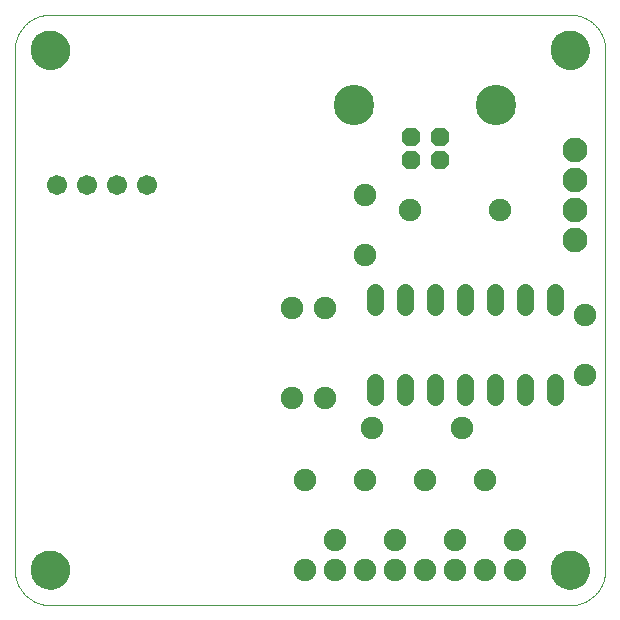
<source format=gbs>
G75*
%MOIN*%
%OFA0B0*%
%FSLAX25Y25*%
%IPPOS*%
%LPD*%
%AMOC8*
5,1,8,0,0,1.08239X$1,22.5*
%
%ADD10C,0.00000*%
%ADD11C,0.12998*%
%ADD12C,0.07487*%
%ADD13C,0.05600*%
%ADD14OC8,0.06140*%
%ADD15C,0.13455*%
%ADD16C,0.08274*%
%ADD17C,0.06699*%
D10*
X0027368Y0017535D02*
X0027368Y0190764D01*
X0032880Y0190764D02*
X0032882Y0190922D01*
X0032888Y0191080D01*
X0032898Y0191238D01*
X0032912Y0191396D01*
X0032930Y0191553D01*
X0032951Y0191710D01*
X0032977Y0191866D01*
X0033007Y0192022D01*
X0033040Y0192177D01*
X0033078Y0192330D01*
X0033119Y0192483D01*
X0033164Y0192635D01*
X0033213Y0192786D01*
X0033266Y0192935D01*
X0033322Y0193083D01*
X0033382Y0193229D01*
X0033446Y0193374D01*
X0033514Y0193517D01*
X0033585Y0193659D01*
X0033659Y0193799D01*
X0033737Y0193936D01*
X0033819Y0194072D01*
X0033903Y0194206D01*
X0033992Y0194337D01*
X0034083Y0194466D01*
X0034178Y0194593D01*
X0034275Y0194718D01*
X0034376Y0194840D01*
X0034480Y0194959D01*
X0034587Y0195076D01*
X0034697Y0195190D01*
X0034810Y0195301D01*
X0034925Y0195410D01*
X0035043Y0195515D01*
X0035164Y0195617D01*
X0035287Y0195717D01*
X0035413Y0195813D01*
X0035541Y0195906D01*
X0035671Y0195996D01*
X0035804Y0196082D01*
X0035939Y0196166D01*
X0036075Y0196245D01*
X0036214Y0196322D01*
X0036355Y0196394D01*
X0036497Y0196464D01*
X0036641Y0196529D01*
X0036787Y0196591D01*
X0036934Y0196649D01*
X0037083Y0196704D01*
X0037233Y0196755D01*
X0037384Y0196802D01*
X0037536Y0196845D01*
X0037689Y0196884D01*
X0037844Y0196920D01*
X0037999Y0196951D01*
X0038155Y0196979D01*
X0038311Y0197003D01*
X0038468Y0197023D01*
X0038626Y0197039D01*
X0038783Y0197051D01*
X0038942Y0197059D01*
X0039100Y0197063D01*
X0039258Y0197063D01*
X0039416Y0197059D01*
X0039575Y0197051D01*
X0039732Y0197039D01*
X0039890Y0197023D01*
X0040047Y0197003D01*
X0040203Y0196979D01*
X0040359Y0196951D01*
X0040514Y0196920D01*
X0040669Y0196884D01*
X0040822Y0196845D01*
X0040974Y0196802D01*
X0041125Y0196755D01*
X0041275Y0196704D01*
X0041424Y0196649D01*
X0041571Y0196591D01*
X0041717Y0196529D01*
X0041861Y0196464D01*
X0042003Y0196394D01*
X0042144Y0196322D01*
X0042283Y0196245D01*
X0042419Y0196166D01*
X0042554Y0196082D01*
X0042687Y0195996D01*
X0042817Y0195906D01*
X0042945Y0195813D01*
X0043071Y0195717D01*
X0043194Y0195617D01*
X0043315Y0195515D01*
X0043433Y0195410D01*
X0043548Y0195301D01*
X0043661Y0195190D01*
X0043771Y0195076D01*
X0043878Y0194959D01*
X0043982Y0194840D01*
X0044083Y0194718D01*
X0044180Y0194593D01*
X0044275Y0194466D01*
X0044366Y0194337D01*
X0044455Y0194206D01*
X0044539Y0194072D01*
X0044621Y0193936D01*
X0044699Y0193799D01*
X0044773Y0193659D01*
X0044844Y0193517D01*
X0044912Y0193374D01*
X0044976Y0193229D01*
X0045036Y0193083D01*
X0045092Y0192935D01*
X0045145Y0192786D01*
X0045194Y0192635D01*
X0045239Y0192483D01*
X0045280Y0192330D01*
X0045318Y0192177D01*
X0045351Y0192022D01*
X0045381Y0191866D01*
X0045407Y0191710D01*
X0045428Y0191553D01*
X0045446Y0191396D01*
X0045460Y0191238D01*
X0045470Y0191080D01*
X0045476Y0190922D01*
X0045478Y0190764D01*
X0045476Y0190606D01*
X0045470Y0190448D01*
X0045460Y0190290D01*
X0045446Y0190132D01*
X0045428Y0189975D01*
X0045407Y0189818D01*
X0045381Y0189662D01*
X0045351Y0189506D01*
X0045318Y0189351D01*
X0045280Y0189198D01*
X0045239Y0189045D01*
X0045194Y0188893D01*
X0045145Y0188742D01*
X0045092Y0188593D01*
X0045036Y0188445D01*
X0044976Y0188299D01*
X0044912Y0188154D01*
X0044844Y0188011D01*
X0044773Y0187869D01*
X0044699Y0187729D01*
X0044621Y0187592D01*
X0044539Y0187456D01*
X0044455Y0187322D01*
X0044366Y0187191D01*
X0044275Y0187062D01*
X0044180Y0186935D01*
X0044083Y0186810D01*
X0043982Y0186688D01*
X0043878Y0186569D01*
X0043771Y0186452D01*
X0043661Y0186338D01*
X0043548Y0186227D01*
X0043433Y0186118D01*
X0043315Y0186013D01*
X0043194Y0185911D01*
X0043071Y0185811D01*
X0042945Y0185715D01*
X0042817Y0185622D01*
X0042687Y0185532D01*
X0042554Y0185446D01*
X0042419Y0185362D01*
X0042283Y0185283D01*
X0042144Y0185206D01*
X0042003Y0185134D01*
X0041861Y0185064D01*
X0041717Y0184999D01*
X0041571Y0184937D01*
X0041424Y0184879D01*
X0041275Y0184824D01*
X0041125Y0184773D01*
X0040974Y0184726D01*
X0040822Y0184683D01*
X0040669Y0184644D01*
X0040514Y0184608D01*
X0040359Y0184577D01*
X0040203Y0184549D01*
X0040047Y0184525D01*
X0039890Y0184505D01*
X0039732Y0184489D01*
X0039575Y0184477D01*
X0039416Y0184469D01*
X0039258Y0184465D01*
X0039100Y0184465D01*
X0038942Y0184469D01*
X0038783Y0184477D01*
X0038626Y0184489D01*
X0038468Y0184505D01*
X0038311Y0184525D01*
X0038155Y0184549D01*
X0037999Y0184577D01*
X0037844Y0184608D01*
X0037689Y0184644D01*
X0037536Y0184683D01*
X0037384Y0184726D01*
X0037233Y0184773D01*
X0037083Y0184824D01*
X0036934Y0184879D01*
X0036787Y0184937D01*
X0036641Y0184999D01*
X0036497Y0185064D01*
X0036355Y0185134D01*
X0036214Y0185206D01*
X0036075Y0185283D01*
X0035939Y0185362D01*
X0035804Y0185446D01*
X0035671Y0185532D01*
X0035541Y0185622D01*
X0035413Y0185715D01*
X0035287Y0185811D01*
X0035164Y0185911D01*
X0035043Y0186013D01*
X0034925Y0186118D01*
X0034810Y0186227D01*
X0034697Y0186338D01*
X0034587Y0186452D01*
X0034480Y0186569D01*
X0034376Y0186688D01*
X0034275Y0186810D01*
X0034178Y0186935D01*
X0034083Y0187062D01*
X0033992Y0187191D01*
X0033903Y0187322D01*
X0033819Y0187456D01*
X0033737Y0187592D01*
X0033659Y0187729D01*
X0033585Y0187869D01*
X0033514Y0188011D01*
X0033446Y0188154D01*
X0033382Y0188299D01*
X0033322Y0188445D01*
X0033266Y0188593D01*
X0033213Y0188742D01*
X0033164Y0188893D01*
X0033119Y0189045D01*
X0033078Y0189198D01*
X0033040Y0189351D01*
X0033007Y0189506D01*
X0032977Y0189662D01*
X0032951Y0189818D01*
X0032930Y0189975D01*
X0032912Y0190132D01*
X0032898Y0190290D01*
X0032888Y0190448D01*
X0032882Y0190606D01*
X0032880Y0190764D01*
X0027368Y0190764D02*
X0027371Y0191049D01*
X0027382Y0191335D01*
X0027399Y0191620D01*
X0027423Y0191904D01*
X0027454Y0192188D01*
X0027492Y0192471D01*
X0027537Y0192752D01*
X0027588Y0193033D01*
X0027646Y0193313D01*
X0027711Y0193591D01*
X0027783Y0193867D01*
X0027861Y0194141D01*
X0027946Y0194414D01*
X0028038Y0194684D01*
X0028136Y0194952D01*
X0028240Y0195218D01*
X0028351Y0195481D01*
X0028468Y0195741D01*
X0028591Y0195999D01*
X0028721Y0196253D01*
X0028857Y0196504D01*
X0028998Y0196752D01*
X0029146Y0196996D01*
X0029299Y0197237D01*
X0029459Y0197473D01*
X0029624Y0197706D01*
X0029794Y0197935D01*
X0029970Y0198160D01*
X0030152Y0198380D01*
X0030338Y0198596D01*
X0030530Y0198807D01*
X0030727Y0199014D01*
X0030929Y0199216D01*
X0031136Y0199413D01*
X0031347Y0199605D01*
X0031563Y0199791D01*
X0031783Y0199973D01*
X0032008Y0200149D01*
X0032237Y0200319D01*
X0032470Y0200484D01*
X0032706Y0200644D01*
X0032947Y0200797D01*
X0033191Y0200945D01*
X0033439Y0201086D01*
X0033690Y0201222D01*
X0033944Y0201352D01*
X0034202Y0201475D01*
X0034462Y0201592D01*
X0034725Y0201703D01*
X0034991Y0201807D01*
X0035259Y0201905D01*
X0035529Y0201997D01*
X0035802Y0202082D01*
X0036076Y0202160D01*
X0036352Y0202232D01*
X0036630Y0202297D01*
X0036910Y0202355D01*
X0037191Y0202406D01*
X0037472Y0202451D01*
X0037755Y0202489D01*
X0038039Y0202520D01*
X0038323Y0202544D01*
X0038608Y0202561D01*
X0038894Y0202572D01*
X0039179Y0202575D01*
X0212407Y0202575D01*
X0206108Y0190764D02*
X0206110Y0190922D01*
X0206116Y0191080D01*
X0206126Y0191238D01*
X0206140Y0191396D01*
X0206158Y0191553D01*
X0206179Y0191710D01*
X0206205Y0191866D01*
X0206235Y0192022D01*
X0206268Y0192177D01*
X0206306Y0192330D01*
X0206347Y0192483D01*
X0206392Y0192635D01*
X0206441Y0192786D01*
X0206494Y0192935D01*
X0206550Y0193083D01*
X0206610Y0193229D01*
X0206674Y0193374D01*
X0206742Y0193517D01*
X0206813Y0193659D01*
X0206887Y0193799D01*
X0206965Y0193936D01*
X0207047Y0194072D01*
X0207131Y0194206D01*
X0207220Y0194337D01*
X0207311Y0194466D01*
X0207406Y0194593D01*
X0207503Y0194718D01*
X0207604Y0194840D01*
X0207708Y0194959D01*
X0207815Y0195076D01*
X0207925Y0195190D01*
X0208038Y0195301D01*
X0208153Y0195410D01*
X0208271Y0195515D01*
X0208392Y0195617D01*
X0208515Y0195717D01*
X0208641Y0195813D01*
X0208769Y0195906D01*
X0208899Y0195996D01*
X0209032Y0196082D01*
X0209167Y0196166D01*
X0209303Y0196245D01*
X0209442Y0196322D01*
X0209583Y0196394D01*
X0209725Y0196464D01*
X0209869Y0196529D01*
X0210015Y0196591D01*
X0210162Y0196649D01*
X0210311Y0196704D01*
X0210461Y0196755D01*
X0210612Y0196802D01*
X0210764Y0196845D01*
X0210917Y0196884D01*
X0211072Y0196920D01*
X0211227Y0196951D01*
X0211383Y0196979D01*
X0211539Y0197003D01*
X0211696Y0197023D01*
X0211854Y0197039D01*
X0212011Y0197051D01*
X0212170Y0197059D01*
X0212328Y0197063D01*
X0212486Y0197063D01*
X0212644Y0197059D01*
X0212803Y0197051D01*
X0212960Y0197039D01*
X0213118Y0197023D01*
X0213275Y0197003D01*
X0213431Y0196979D01*
X0213587Y0196951D01*
X0213742Y0196920D01*
X0213897Y0196884D01*
X0214050Y0196845D01*
X0214202Y0196802D01*
X0214353Y0196755D01*
X0214503Y0196704D01*
X0214652Y0196649D01*
X0214799Y0196591D01*
X0214945Y0196529D01*
X0215089Y0196464D01*
X0215231Y0196394D01*
X0215372Y0196322D01*
X0215511Y0196245D01*
X0215647Y0196166D01*
X0215782Y0196082D01*
X0215915Y0195996D01*
X0216045Y0195906D01*
X0216173Y0195813D01*
X0216299Y0195717D01*
X0216422Y0195617D01*
X0216543Y0195515D01*
X0216661Y0195410D01*
X0216776Y0195301D01*
X0216889Y0195190D01*
X0216999Y0195076D01*
X0217106Y0194959D01*
X0217210Y0194840D01*
X0217311Y0194718D01*
X0217408Y0194593D01*
X0217503Y0194466D01*
X0217594Y0194337D01*
X0217683Y0194206D01*
X0217767Y0194072D01*
X0217849Y0193936D01*
X0217927Y0193799D01*
X0218001Y0193659D01*
X0218072Y0193517D01*
X0218140Y0193374D01*
X0218204Y0193229D01*
X0218264Y0193083D01*
X0218320Y0192935D01*
X0218373Y0192786D01*
X0218422Y0192635D01*
X0218467Y0192483D01*
X0218508Y0192330D01*
X0218546Y0192177D01*
X0218579Y0192022D01*
X0218609Y0191866D01*
X0218635Y0191710D01*
X0218656Y0191553D01*
X0218674Y0191396D01*
X0218688Y0191238D01*
X0218698Y0191080D01*
X0218704Y0190922D01*
X0218706Y0190764D01*
X0218704Y0190606D01*
X0218698Y0190448D01*
X0218688Y0190290D01*
X0218674Y0190132D01*
X0218656Y0189975D01*
X0218635Y0189818D01*
X0218609Y0189662D01*
X0218579Y0189506D01*
X0218546Y0189351D01*
X0218508Y0189198D01*
X0218467Y0189045D01*
X0218422Y0188893D01*
X0218373Y0188742D01*
X0218320Y0188593D01*
X0218264Y0188445D01*
X0218204Y0188299D01*
X0218140Y0188154D01*
X0218072Y0188011D01*
X0218001Y0187869D01*
X0217927Y0187729D01*
X0217849Y0187592D01*
X0217767Y0187456D01*
X0217683Y0187322D01*
X0217594Y0187191D01*
X0217503Y0187062D01*
X0217408Y0186935D01*
X0217311Y0186810D01*
X0217210Y0186688D01*
X0217106Y0186569D01*
X0216999Y0186452D01*
X0216889Y0186338D01*
X0216776Y0186227D01*
X0216661Y0186118D01*
X0216543Y0186013D01*
X0216422Y0185911D01*
X0216299Y0185811D01*
X0216173Y0185715D01*
X0216045Y0185622D01*
X0215915Y0185532D01*
X0215782Y0185446D01*
X0215647Y0185362D01*
X0215511Y0185283D01*
X0215372Y0185206D01*
X0215231Y0185134D01*
X0215089Y0185064D01*
X0214945Y0184999D01*
X0214799Y0184937D01*
X0214652Y0184879D01*
X0214503Y0184824D01*
X0214353Y0184773D01*
X0214202Y0184726D01*
X0214050Y0184683D01*
X0213897Y0184644D01*
X0213742Y0184608D01*
X0213587Y0184577D01*
X0213431Y0184549D01*
X0213275Y0184525D01*
X0213118Y0184505D01*
X0212960Y0184489D01*
X0212803Y0184477D01*
X0212644Y0184469D01*
X0212486Y0184465D01*
X0212328Y0184465D01*
X0212170Y0184469D01*
X0212011Y0184477D01*
X0211854Y0184489D01*
X0211696Y0184505D01*
X0211539Y0184525D01*
X0211383Y0184549D01*
X0211227Y0184577D01*
X0211072Y0184608D01*
X0210917Y0184644D01*
X0210764Y0184683D01*
X0210612Y0184726D01*
X0210461Y0184773D01*
X0210311Y0184824D01*
X0210162Y0184879D01*
X0210015Y0184937D01*
X0209869Y0184999D01*
X0209725Y0185064D01*
X0209583Y0185134D01*
X0209442Y0185206D01*
X0209303Y0185283D01*
X0209167Y0185362D01*
X0209032Y0185446D01*
X0208899Y0185532D01*
X0208769Y0185622D01*
X0208641Y0185715D01*
X0208515Y0185811D01*
X0208392Y0185911D01*
X0208271Y0186013D01*
X0208153Y0186118D01*
X0208038Y0186227D01*
X0207925Y0186338D01*
X0207815Y0186452D01*
X0207708Y0186569D01*
X0207604Y0186688D01*
X0207503Y0186810D01*
X0207406Y0186935D01*
X0207311Y0187062D01*
X0207220Y0187191D01*
X0207131Y0187322D01*
X0207047Y0187456D01*
X0206965Y0187592D01*
X0206887Y0187729D01*
X0206813Y0187869D01*
X0206742Y0188011D01*
X0206674Y0188154D01*
X0206610Y0188299D01*
X0206550Y0188445D01*
X0206494Y0188593D01*
X0206441Y0188742D01*
X0206392Y0188893D01*
X0206347Y0189045D01*
X0206306Y0189198D01*
X0206268Y0189351D01*
X0206235Y0189506D01*
X0206205Y0189662D01*
X0206179Y0189818D01*
X0206158Y0189975D01*
X0206140Y0190132D01*
X0206126Y0190290D01*
X0206116Y0190448D01*
X0206110Y0190606D01*
X0206108Y0190764D01*
X0212407Y0202575D02*
X0212692Y0202572D01*
X0212978Y0202561D01*
X0213263Y0202544D01*
X0213547Y0202520D01*
X0213831Y0202489D01*
X0214114Y0202451D01*
X0214395Y0202406D01*
X0214676Y0202355D01*
X0214956Y0202297D01*
X0215234Y0202232D01*
X0215510Y0202160D01*
X0215784Y0202082D01*
X0216057Y0201997D01*
X0216327Y0201905D01*
X0216595Y0201807D01*
X0216861Y0201703D01*
X0217124Y0201592D01*
X0217384Y0201475D01*
X0217642Y0201352D01*
X0217896Y0201222D01*
X0218147Y0201086D01*
X0218395Y0200945D01*
X0218639Y0200797D01*
X0218880Y0200644D01*
X0219116Y0200484D01*
X0219349Y0200319D01*
X0219578Y0200149D01*
X0219803Y0199973D01*
X0220023Y0199791D01*
X0220239Y0199605D01*
X0220450Y0199413D01*
X0220657Y0199216D01*
X0220859Y0199014D01*
X0221056Y0198807D01*
X0221248Y0198596D01*
X0221434Y0198380D01*
X0221616Y0198160D01*
X0221792Y0197935D01*
X0221962Y0197706D01*
X0222127Y0197473D01*
X0222287Y0197237D01*
X0222440Y0196996D01*
X0222588Y0196752D01*
X0222729Y0196504D01*
X0222865Y0196253D01*
X0222995Y0195999D01*
X0223118Y0195741D01*
X0223235Y0195481D01*
X0223346Y0195218D01*
X0223450Y0194952D01*
X0223548Y0194684D01*
X0223640Y0194414D01*
X0223725Y0194141D01*
X0223803Y0193867D01*
X0223875Y0193591D01*
X0223940Y0193313D01*
X0223998Y0193033D01*
X0224049Y0192752D01*
X0224094Y0192471D01*
X0224132Y0192188D01*
X0224163Y0191904D01*
X0224187Y0191620D01*
X0224204Y0191335D01*
X0224215Y0191049D01*
X0224218Y0190764D01*
X0224219Y0190764D02*
X0224219Y0017535D01*
X0206108Y0017535D02*
X0206110Y0017693D01*
X0206116Y0017851D01*
X0206126Y0018009D01*
X0206140Y0018167D01*
X0206158Y0018324D01*
X0206179Y0018481D01*
X0206205Y0018637D01*
X0206235Y0018793D01*
X0206268Y0018948D01*
X0206306Y0019101D01*
X0206347Y0019254D01*
X0206392Y0019406D01*
X0206441Y0019557D01*
X0206494Y0019706D01*
X0206550Y0019854D01*
X0206610Y0020000D01*
X0206674Y0020145D01*
X0206742Y0020288D01*
X0206813Y0020430D01*
X0206887Y0020570D01*
X0206965Y0020707D01*
X0207047Y0020843D01*
X0207131Y0020977D01*
X0207220Y0021108D01*
X0207311Y0021237D01*
X0207406Y0021364D01*
X0207503Y0021489D01*
X0207604Y0021611D01*
X0207708Y0021730D01*
X0207815Y0021847D01*
X0207925Y0021961D01*
X0208038Y0022072D01*
X0208153Y0022181D01*
X0208271Y0022286D01*
X0208392Y0022388D01*
X0208515Y0022488D01*
X0208641Y0022584D01*
X0208769Y0022677D01*
X0208899Y0022767D01*
X0209032Y0022853D01*
X0209167Y0022937D01*
X0209303Y0023016D01*
X0209442Y0023093D01*
X0209583Y0023165D01*
X0209725Y0023235D01*
X0209869Y0023300D01*
X0210015Y0023362D01*
X0210162Y0023420D01*
X0210311Y0023475D01*
X0210461Y0023526D01*
X0210612Y0023573D01*
X0210764Y0023616D01*
X0210917Y0023655D01*
X0211072Y0023691D01*
X0211227Y0023722D01*
X0211383Y0023750D01*
X0211539Y0023774D01*
X0211696Y0023794D01*
X0211854Y0023810D01*
X0212011Y0023822D01*
X0212170Y0023830D01*
X0212328Y0023834D01*
X0212486Y0023834D01*
X0212644Y0023830D01*
X0212803Y0023822D01*
X0212960Y0023810D01*
X0213118Y0023794D01*
X0213275Y0023774D01*
X0213431Y0023750D01*
X0213587Y0023722D01*
X0213742Y0023691D01*
X0213897Y0023655D01*
X0214050Y0023616D01*
X0214202Y0023573D01*
X0214353Y0023526D01*
X0214503Y0023475D01*
X0214652Y0023420D01*
X0214799Y0023362D01*
X0214945Y0023300D01*
X0215089Y0023235D01*
X0215231Y0023165D01*
X0215372Y0023093D01*
X0215511Y0023016D01*
X0215647Y0022937D01*
X0215782Y0022853D01*
X0215915Y0022767D01*
X0216045Y0022677D01*
X0216173Y0022584D01*
X0216299Y0022488D01*
X0216422Y0022388D01*
X0216543Y0022286D01*
X0216661Y0022181D01*
X0216776Y0022072D01*
X0216889Y0021961D01*
X0216999Y0021847D01*
X0217106Y0021730D01*
X0217210Y0021611D01*
X0217311Y0021489D01*
X0217408Y0021364D01*
X0217503Y0021237D01*
X0217594Y0021108D01*
X0217683Y0020977D01*
X0217767Y0020843D01*
X0217849Y0020707D01*
X0217927Y0020570D01*
X0218001Y0020430D01*
X0218072Y0020288D01*
X0218140Y0020145D01*
X0218204Y0020000D01*
X0218264Y0019854D01*
X0218320Y0019706D01*
X0218373Y0019557D01*
X0218422Y0019406D01*
X0218467Y0019254D01*
X0218508Y0019101D01*
X0218546Y0018948D01*
X0218579Y0018793D01*
X0218609Y0018637D01*
X0218635Y0018481D01*
X0218656Y0018324D01*
X0218674Y0018167D01*
X0218688Y0018009D01*
X0218698Y0017851D01*
X0218704Y0017693D01*
X0218706Y0017535D01*
X0218704Y0017377D01*
X0218698Y0017219D01*
X0218688Y0017061D01*
X0218674Y0016903D01*
X0218656Y0016746D01*
X0218635Y0016589D01*
X0218609Y0016433D01*
X0218579Y0016277D01*
X0218546Y0016122D01*
X0218508Y0015969D01*
X0218467Y0015816D01*
X0218422Y0015664D01*
X0218373Y0015513D01*
X0218320Y0015364D01*
X0218264Y0015216D01*
X0218204Y0015070D01*
X0218140Y0014925D01*
X0218072Y0014782D01*
X0218001Y0014640D01*
X0217927Y0014500D01*
X0217849Y0014363D01*
X0217767Y0014227D01*
X0217683Y0014093D01*
X0217594Y0013962D01*
X0217503Y0013833D01*
X0217408Y0013706D01*
X0217311Y0013581D01*
X0217210Y0013459D01*
X0217106Y0013340D01*
X0216999Y0013223D01*
X0216889Y0013109D01*
X0216776Y0012998D01*
X0216661Y0012889D01*
X0216543Y0012784D01*
X0216422Y0012682D01*
X0216299Y0012582D01*
X0216173Y0012486D01*
X0216045Y0012393D01*
X0215915Y0012303D01*
X0215782Y0012217D01*
X0215647Y0012133D01*
X0215511Y0012054D01*
X0215372Y0011977D01*
X0215231Y0011905D01*
X0215089Y0011835D01*
X0214945Y0011770D01*
X0214799Y0011708D01*
X0214652Y0011650D01*
X0214503Y0011595D01*
X0214353Y0011544D01*
X0214202Y0011497D01*
X0214050Y0011454D01*
X0213897Y0011415D01*
X0213742Y0011379D01*
X0213587Y0011348D01*
X0213431Y0011320D01*
X0213275Y0011296D01*
X0213118Y0011276D01*
X0212960Y0011260D01*
X0212803Y0011248D01*
X0212644Y0011240D01*
X0212486Y0011236D01*
X0212328Y0011236D01*
X0212170Y0011240D01*
X0212011Y0011248D01*
X0211854Y0011260D01*
X0211696Y0011276D01*
X0211539Y0011296D01*
X0211383Y0011320D01*
X0211227Y0011348D01*
X0211072Y0011379D01*
X0210917Y0011415D01*
X0210764Y0011454D01*
X0210612Y0011497D01*
X0210461Y0011544D01*
X0210311Y0011595D01*
X0210162Y0011650D01*
X0210015Y0011708D01*
X0209869Y0011770D01*
X0209725Y0011835D01*
X0209583Y0011905D01*
X0209442Y0011977D01*
X0209303Y0012054D01*
X0209167Y0012133D01*
X0209032Y0012217D01*
X0208899Y0012303D01*
X0208769Y0012393D01*
X0208641Y0012486D01*
X0208515Y0012582D01*
X0208392Y0012682D01*
X0208271Y0012784D01*
X0208153Y0012889D01*
X0208038Y0012998D01*
X0207925Y0013109D01*
X0207815Y0013223D01*
X0207708Y0013340D01*
X0207604Y0013459D01*
X0207503Y0013581D01*
X0207406Y0013706D01*
X0207311Y0013833D01*
X0207220Y0013962D01*
X0207131Y0014093D01*
X0207047Y0014227D01*
X0206965Y0014363D01*
X0206887Y0014500D01*
X0206813Y0014640D01*
X0206742Y0014782D01*
X0206674Y0014925D01*
X0206610Y0015070D01*
X0206550Y0015216D01*
X0206494Y0015364D01*
X0206441Y0015513D01*
X0206392Y0015664D01*
X0206347Y0015816D01*
X0206306Y0015969D01*
X0206268Y0016122D01*
X0206235Y0016277D01*
X0206205Y0016433D01*
X0206179Y0016589D01*
X0206158Y0016746D01*
X0206140Y0016903D01*
X0206126Y0017061D01*
X0206116Y0017219D01*
X0206110Y0017377D01*
X0206108Y0017535D01*
X0212407Y0005724D02*
X0212692Y0005727D01*
X0212978Y0005738D01*
X0213263Y0005755D01*
X0213547Y0005779D01*
X0213831Y0005810D01*
X0214114Y0005848D01*
X0214395Y0005893D01*
X0214676Y0005944D01*
X0214956Y0006002D01*
X0215234Y0006067D01*
X0215510Y0006139D01*
X0215784Y0006217D01*
X0216057Y0006302D01*
X0216327Y0006394D01*
X0216595Y0006492D01*
X0216861Y0006596D01*
X0217124Y0006707D01*
X0217384Y0006824D01*
X0217642Y0006947D01*
X0217896Y0007077D01*
X0218147Y0007213D01*
X0218395Y0007354D01*
X0218639Y0007502D01*
X0218880Y0007655D01*
X0219116Y0007815D01*
X0219349Y0007980D01*
X0219578Y0008150D01*
X0219803Y0008326D01*
X0220023Y0008508D01*
X0220239Y0008694D01*
X0220450Y0008886D01*
X0220657Y0009083D01*
X0220859Y0009285D01*
X0221056Y0009492D01*
X0221248Y0009703D01*
X0221434Y0009919D01*
X0221616Y0010139D01*
X0221792Y0010364D01*
X0221962Y0010593D01*
X0222127Y0010826D01*
X0222287Y0011062D01*
X0222440Y0011303D01*
X0222588Y0011547D01*
X0222729Y0011795D01*
X0222865Y0012046D01*
X0222995Y0012300D01*
X0223118Y0012558D01*
X0223235Y0012818D01*
X0223346Y0013081D01*
X0223450Y0013347D01*
X0223548Y0013615D01*
X0223640Y0013885D01*
X0223725Y0014158D01*
X0223803Y0014432D01*
X0223875Y0014708D01*
X0223940Y0014986D01*
X0223998Y0015266D01*
X0224049Y0015547D01*
X0224094Y0015828D01*
X0224132Y0016111D01*
X0224163Y0016395D01*
X0224187Y0016679D01*
X0224204Y0016964D01*
X0224215Y0017250D01*
X0224218Y0017535D01*
X0212407Y0005724D02*
X0039179Y0005724D01*
X0032880Y0017535D02*
X0032882Y0017693D01*
X0032888Y0017851D01*
X0032898Y0018009D01*
X0032912Y0018167D01*
X0032930Y0018324D01*
X0032951Y0018481D01*
X0032977Y0018637D01*
X0033007Y0018793D01*
X0033040Y0018948D01*
X0033078Y0019101D01*
X0033119Y0019254D01*
X0033164Y0019406D01*
X0033213Y0019557D01*
X0033266Y0019706D01*
X0033322Y0019854D01*
X0033382Y0020000D01*
X0033446Y0020145D01*
X0033514Y0020288D01*
X0033585Y0020430D01*
X0033659Y0020570D01*
X0033737Y0020707D01*
X0033819Y0020843D01*
X0033903Y0020977D01*
X0033992Y0021108D01*
X0034083Y0021237D01*
X0034178Y0021364D01*
X0034275Y0021489D01*
X0034376Y0021611D01*
X0034480Y0021730D01*
X0034587Y0021847D01*
X0034697Y0021961D01*
X0034810Y0022072D01*
X0034925Y0022181D01*
X0035043Y0022286D01*
X0035164Y0022388D01*
X0035287Y0022488D01*
X0035413Y0022584D01*
X0035541Y0022677D01*
X0035671Y0022767D01*
X0035804Y0022853D01*
X0035939Y0022937D01*
X0036075Y0023016D01*
X0036214Y0023093D01*
X0036355Y0023165D01*
X0036497Y0023235D01*
X0036641Y0023300D01*
X0036787Y0023362D01*
X0036934Y0023420D01*
X0037083Y0023475D01*
X0037233Y0023526D01*
X0037384Y0023573D01*
X0037536Y0023616D01*
X0037689Y0023655D01*
X0037844Y0023691D01*
X0037999Y0023722D01*
X0038155Y0023750D01*
X0038311Y0023774D01*
X0038468Y0023794D01*
X0038626Y0023810D01*
X0038783Y0023822D01*
X0038942Y0023830D01*
X0039100Y0023834D01*
X0039258Y0023834D01*
X0039416Y0023830D01*
X0039575Y0023822D01*
X0039732Y0023810D01*
X0039890Y0023794D01*
X0040047Y0023774D01*
X0040203Y0023750D01*
X0040359Y0023722D01*
X0040514Y0023691D01*
X0040669Y0023655D01*
X0040822Y0023616D01*
X0040974Y0023573D01*
X0041125Y0023526D01*
X0041275Y0023475D01*
X0041424Y0023420D01*
X0041571Y0023362D01*
X0041717Y0023300D01*
X0041861Y0023235D01*
X0042003Y0023165D01*
X0042144Y0023093D01*
X0042283Y0023016D01*
X0042419Y0022937D01*
X0042554Y0022853D01*
X0042687Y0022767D01*
X0042817Y0022677D01*
X0042945Y0022584D01*
X0043071Y0022488D01*
X0043194Y0022388D01*
X0043315Y0022286D01*
X0043433Y0022181D01*
X0043548Y0022072D01*
X0043661Y0021961D01*
X0043771Y0021847D01*
X0043878Y0021730D01*
X0043982Y0021611D01*
X0044083Y0021489D01*
X0044180Y0021364D01*
X0044275Y0021237D01*
X0044366Y0021108D01*
X0044455Y0020977D01*
X0044539Y0020843D01*
X0044621Y0020707D01*
X0044699Y0020570D01*
X0044773Y0020430D01*
X0044844Y0020288D01*
X0044912Y0020145D01*
X0044976Y0020000D01*
X0045036Y0019854D01*
X0045092Y0019706D01*
X0045145Y0019557D01*
X0045194Y0019406D01*
X0045239Y0019254D01*
X0045280Y0019101D01*
X0045318Y0018948D01*
X0045351Y0018793D01*
X0045381Y0018637D01*
X0045407Y0018481D01*
X0045428Y0018324D01*
X0045446Y0018167D01*
X0045460Y0018009D01*
X0045470Y0017851D01*
X0045476Y0017693D01*
X0045478Y0017535D01*
X0045476Y0017377D01*
X0045470Y0017219D01*
X0045460Y0017061D01*
X0045446Y0016903D01*
X0045428Y0016746D01*
X0045407Y0016589D01*
X0045381Y0016433D01*
X0045351Y0016277D01*
X0045318Y0016122D01*
X0045280Y0015969D01*
X0045239Y0015816D01*
X0045194Y0015664D01*
X0045145Y0015513D01*
X0045092Y0015364D01*
X0045036Y0015216D01*
X0044976Y0015070D01*
X0044912Y0014925D01*
X0044844Y0014782D01*
X0044773Y0014640D01*
X0044699Y0014500D01*
X0044621Y0014363D01*
X0044539Y0014227D01*
X0044455Y0014093D01*
X0044366Y0013962D01*
X0044275Y0013833D01*
X0044180Y0013706D01*
X0044083Y0013581D01*
X0043982Y0013459D01*
X0043878Y0013340D01*
X0043771Y0013223D01*
X0043661Y0013109D01*
X0043548Y0012998D01*
X0043433Y0012889D01*
X0043315Y0012784D01*
X0043194Y0012682D01*
X0043071Y0012582D01*
X0042945Y0012486D01*
X0042817Y0012393D01*
X0042687Y0012303D01*
X0042554Y0012217D01*
X0042419Y0012133D01*
X0042283Y0012054D01*
X0042144Y0011977D01*
X0042003Y0011905D01*
X0041861Y0011835D01*
X0041717Y0011770D01*
X0041571Y0011708D01*
X0041424Y0011650D01*
X0041275Y0011595D01*
X0041125Y0011544D01*
X0040974Y0011497D01*
X0040822Y0011454D01*
X0040669Y0011415D01*
X0040514Y0011379D01*
X0040359Y0011348D01*
X0040203Y0011320D01*
X0040047Y0011296D01*
X0039890Y0011276D01*
X0039732Y0011260D01*
X0039575Y0011248D01*
X0039416Y0011240D01*
X0039258Y0011236D01*
X0039100Y0011236D01*
X0038942Y0011240D01*
X0038783Y0011248D01*
X0038626Y0011260D01*
X0038468Y0011276D01*
X0038311Y0011296D01*
X0038155Y0011320D01*
X0037999Y0011348D01*
X0037844Y0011379D01*
X0037689Y0011415D01*
X0037536Y0011454D01*
X0037384Y0011497D01*
X0037233Y0011544D01*
X0037083Y0011595D01*
X0036934Y0011650D01*
X0036787Y0011708D01*
X0036641Y0011770D01*
X0036497Y0011835D01*
X0036355Y0011905D01*
X0036214Y0011977D01*
X0036075Y0012054D01*
X0035939Y0012133D01*
X0035804Y0012217D01*
X0035671Y0012303D01*
X0035541Y0012393D01*
X0035413Y0012486D01*
X0035287Y0012582D01*
X0035164Y0012682D01*
X0035043Y0012784D01*
X0034925Y0012889D01*
X0034810Y0012998D01*
X0034697Y0013109D01*
X0034587Y0013223D01*
X0034480Y0013340D01*
X0034376Y0013459D01*
X0034275Y0013581D01*
X0034178Y0013706D01*
X0034083Y0013833D01*
X0033992Y0013962D01*
X0033903Y0014093D01*
X0033819Y0014227D01*
X0033737Y0014363D01*
X0033659Y0014500D01*
X0033585Y0014640D01*
X0033514Y0014782D01*
X0033446Y0014925D01*
X0033382Y0015070D01*
X0033322Y0015216D01*
X0033266Y0015364D01*
X0033213Y0015513D01*
X0033164Y0015664D01*
X0033119Y0015816D01*
X0033078Y0015969D01*
X0033040Y0016122D01*
X0033007Y0016277D01*
X0032977Y0016433D01*
X0032951Y0016589D01*
X0032930Y0016746D01*
X0032912Y0016903D01*
X0032898Y0017061D01*
X0032888Y0017219D01*
X0032882Y0017377D01*
X0032880Y0017535D01*
X0027368Y0017535D02*
X0027371Y0017250D01*
X0027382Y0016964D01*
X0027399Y0016679D01*
X0027423Y0016395D01*
X0027454Y0016111D01*
X0027492Y0015828D01*
X0027537Y0015547D01*
X0027588Y0015266D01*
X0027646Y0014986D01*
X0027711Y0014708D01*
X0027783Y0014432D01*
X0027861Y0014158D01*
X0027946Y0013885D01*
X0028038Y0013615D01*
X0028136Y0013347D01*
X0028240Y0013081D01*
X0028351Y0012818D01*
X0028468Y0012558D01*
X0028591Y0012300D01*
X0028721Y0012046D01*
X0028857Y0011795D01*
X0028998Y0011547D01*
X0029146Y0011303D01*
X0029299Y0011062D01*
X0029459Y0010826D01*
X0029624Y0010593D01*
X0029794Y0010364D01*
X0029970Y0010139D01*
X0030152Y0009919D01*
X0030338Y0009703D01*
X0030530Y0009492D01*
X0030727Y0009285D01*
X0030929Y0009083D01*
X0031136Y0008886D01*
X0031347Y0008694D01*
X0031563Y0008508D01*
X0031783Y0008326D01*
X0032008Y0008150D01*
X0032237Y0007980D01*
X0032470Y0007815D01*
X0032706Y0007655D01*
X0032947Y0007502D01*
X0033191Y0007354D01*
X0033439Y0007213D01*
X0033690Y0007077D01*
X0033944Y0006947D01*
X0034202Y0006824D01*
X0034462Y0006707D01*
X0034725Y0006596D01*
X0034991Y0006492D01*
X0035259Y0006394D01*
X0035529Y0006302D01*
X0035802Y0006217D01*
X0036076Y0006139D01*
X0036352Y0006067D01*
X0036630Y0006002D01*
X0036910Y0005944D01*
X0037191Y0005893D01*
X0037472Y0005848D01*
X0037755Y0005810D01*
X0038039Y0005779D01*
X0038323Y0005755D01*
X0038608Y0005738D01*
X0038894Y0005727D01*
X0039179Y0005724D01*
D11*
X0039179Y0017535D03*
X0212407Y0017535D03*
X0212407Y0190764D03*
X0039179Y0190764D03*
D12*
X0119868Y0104937D03*
X0130656Y0104937D03*
X0144219Y0122575D03*
X0159219Y0137575D03*
X0144219Y0142575D03*
X0189219Y0137575D03*
X0217368Y0102575D03*
X0217368Y0082575D03*
X0184219Y0047575D03*
X0176581Y0064937D03*
X0164219Y0047575D03*
X0144219Y0047575D03*
X0146581Y0064937D03*
X0130656Y0074937D03*
X0119868Y0074937D03*
X0124219Y0047575D03*
X0134219Y0027575D03*
X0134219Y0017575D03*
X0124219Y0017575D03*
X0144219Y0017575D03*
X0154219Y0017575D03*
X0164219Y0017575D03*
X0154219Y0027575D03*
X0174219Y0027575D03*
X0174219Y0017575D03*
X0184219Y0017575D03*
X0194219Y0017575D03*
X0194219Y0027575D03*
D13*
X0197368Y0074975D02*
X0197368Y0080175D01*
X0207368Y0080175D02*
X0207368Y0074975D01*
X0187368Y0074975D02*
X0187368Y0080175D01*
X0177368Y0080175D02*
X0177368Y0074975D01*
X0167368Y0074975D02*
X0167368Y0080175D01*
X0157368Y0080175D02*
X0157368Y0074975D01*
X0147368Y0074975D02*
X0147368Y0080175D01*
X0147368Y0104975D02*
X0147368Y0110175D01*
X0157368Y0110175D02*
X0157368Y0104975D01*
X0167368Y0104975D02*
X0167368Y0110175D01*
X0177368Y0110175D02*
X0177368Y0104975D01*
X0187368Y0104975D02*
X0187368Y0110175D01*
X0197368Y0110175D02*
X0197368Y0104975D01*
X0207368Y0104975D02*
X0207368Y0110175D01*
D14*
X0169140Y0154031D03*
X0169140Y0161906D03*
X0159297Y0161906D03*
X0159297Y0154031D03*
D15*
X0140518Y0172575D03*
X0187919Y0172575D03*
D16*
X0214219Y0157575D03*
X0214219Y0147575D03*
X0214219Y0137575D03*
X0214219Y0127575D03*
D17*
X0071368Y0145724D03*
X0061368Y0145724D03*
X0051368Y0145724D03*
X0041368Y0145724D03*
M02*

</source>
